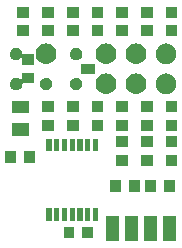
<source format=gts>
%TF.GenerationSoftware,KiCad,Pcbnew,(5.1.2-1)-1*%
%TF.CreationDate,2020-09-09T12:48:07+02:00*%
%TF.ProjectId,RGB BYPASS AMP v3.1,52474220-4259-4504-9153-5320414d5020,2.21*%
%TF.SameCoordinates,Original*%
%TF.FileFunction,Soldermask,Top*%
%TF.FilePolarity,Negative*%
%FSLAX46Y46*%
G04 Gerber Fmt 4.6, Leading zero omitted, Abs format (unit mm)*
G04 Created by KiCad (PCBNEW (5.1.2-1)-1) date 2020-09-09 12:48:07*
%MOMM*%
%LPD*%
G04 APERTURE LIST*
%ADD10C,0.150000*%
G04 APERTURE END LIST*
D10*
G36*
X74175000Y-148660000D02*
G01*
X73075000Y-148660000D01*
X73075000Y-146510000D01*
X74175000Y-146510000D01*
X74175000Y-148660000D01*
X74175000Y-148660000D01*
G37*
G36*
X72575000Y-148660000D02*
G01*
X71475000Y-148660000D01*
X71475000Y-146510000D01*
X72575000Y-146510000D01*
X72575000Y-148660000D01*
X72575000Y-148660000D01*
G37*
G36*
X70975000Y-148660000D02*
G01*
X69875000Y-148660000D01*
X69875000Y-146510000D01*
X70975000Y-146510000D01*
X70975000Y-148660000D01*
X70975000Y-148660000D01*
G37*
G36*
X69375000Y-148660000D02*
G01*
X68275000Y-148660000D01*
X68275000Y-146510000D01*
X69375000Y-146510000D01*
X69375000Y-148660000D01*
X69375000Y-148660000D01*
G37*
G36*
X67162300Y-148422700D02*
G01*
X66237300Y-148422700D01*
X66237300Y-147422700D01*
X67162300Y-147422700D01*
X67162300Y-148422700D01*
X67162300Y-148422700D01*
G37*
G36*
X65587300Y-148422700D02*
G01*
X64662300Y-148422700D01*
X64662300Y-147422700D01*
X65587300Y-147422700D01*
X65587300Y-148422700D01*
X65587300Y-148422700D01*
G37*
G36*
X63670000Y-146920000D02*
G01*
X63220000Y-146920000D01*
X63220000Y-145870000D01*
X63670000Y-145870000D01*
X63670000Y-146920000D01*
X63670000Y-146920000D01*
G37*
G36*
X67570000Y-146920000D02*
G01*
X67120000Y-146920000D01*
X67120000Y-145870000D01*
X67570000Y-145870000D01*
X67570000Y-146920000D01*
X67570000Y-146920000D01*
G37*
G36*
X66920000Y-146920000D02*
G01*
X66470000Y-146920000D01*
X66470000Y-145870000D01*
X66920000Y-145870000D01*
X66920000Y-146920000D01*
X66920000Y-146920000D01*
G37*
G36*
X66270000Y-146920000D02*
G01*
X65820000Y-146920000D01*
X65820000Y-145870000D01*
X66270000Y-145870000D01*
X66270000Y-146920000D01*
X66270000Y-146920000D01*
G37*
G36*
X65620000Y-146920000D02*
G01*
X65170000Y-146920000D01*
X65170000Y-145870000D01*
X65620000Y-145870000D01*
X65620000Y-146920000D01*
X65620000Y-146920000D01*
G37*
G36*
X64970000Y-146920000D02*
G01*
X64520000Y-146920000D01*
X64520000Y-145870000D01*
X64970000Y-145870000D01*
X64970000Y-146920000D01*
X64970000Y-146920000D01*
G37*
G36*
X64320000Y-146920000D02*
G01*
X63870000Y-146920000D01*
X63870000Y-145870000D01*
X64320000Y-145870000D01*
X64320000Y-146920000D01*
X64320000Y-146920000D01*
G37*
G36*
X74100200Y-144512300D02*
G01*
X73175200Y-144512300D01*
X73175200Y-143512300D01*
X74100200Y-143512300D01*
X74100200Y-144512300D01*
X74100200Y-144512300D01*
G37*
G36*
X72525200Y-144512300D02*
G01*
X71600200Y-144512300D01*
X71600200Y-143512300D01*
X72525200Y-143512300D01*
X72525200Y-144512300D01*
X72525200Y-144512300D01*
G37*
G36*
X71100200Y-144512300D02*
G01*
X70175200Y-144512300D01*
X70175200Y-143512300D01*
X71100200Y-143512300D01*
X71100200Y-144512300D01*
X71100200Y-144512300D01*
G37*
G36*
X69525200Y-144512300D02*
G01*
X68600200Y-144512300D01*
X68600200Y-143512300D01*
X69525200Y-143512300D01*
X69525200Y-144512300D01*
X69525200Y-144512300D01*
G37*
G36*
X74302300Y-142292300D02*
G01*
X73302300Y-142292300D01*
X73302300Y-141367300D01*
X74302300Y-141367300D01*
X74302300Y-142292300D01*
X74302300Y-142292300D01*
G37*
G36*
X72212300Y-142292300D02*
G01*
X71212300Y-142292300D01*
X71212300Y-141367300D01*
X72212300Y-141367300D01*
X72212300Y-142292300D01*
X72212300Y-142292300D01*
G37*
G36*
X70122300Y-142292300D02*
G01*
X69122300Y-142292300D01*
X69122300Y-141367300D01*
X70122300Y-141367300D01*
X70122300Y-142292300D01*
X70122300Y-142292300D01*
G37*
G36*
X60652700Y-142062300D02*
G01*
X59727700Y-142062300D01*
X59727700Y-141062300D01*
X60652700Y-141062300D01*
X60652700Y-142062300D01*
X60652700Y-142062300D01*
G37*
G36*
X62227700Y-142062300D02*
G01*
X61302700Y-142062300D01*
X61302700Y-141062300D01*
X62227700Y-141062300D01*
X62227700Y-142062300D01*
X62227700Y-142062300D01*
G37*
G36*
X67570000Y-141020000D02*
G01*
X67120000Y-141020000D01*
X67120000Y-139970000D01*
X67570000Y-139970000D01*
X67570000Y-141020000D01*
X67570000Y-141020000D01*
G37*
G36*
X66920000Y-141020000D02*
G01*
X66470000Y-141020000D01*
X66470000Y-139970000D01*
X66920000Y-139970000D01*
X66920000Y-141020000D01*
X66920000Y-141020000D01*
G37*
G36*
X66270000Y-141020000D02*
G01*
X65820000Y-141020000D01*
X65820000Y-139970000D01*
X66270000Y-139970000D01*
X66270000Y-141020000D01*
X66270000Y-141020000D01*
G37*
G36*
X65620000Y-141020000D02*
G01*
X65170000Y-141020000D01*
X65170000Y-139970000D01*
X65620000Y-139970000D01*
X65620000Y-141020000D01*
X65620000Y-141020000D01*
G37*
G36*
X64970000Y-141020000D02*
G01*
X64520000Y-141020000D01*
X64520000Y-139970000D01*
X64970000Y-139970000D01*
X64970000Y-141020000D01*
X64970000Y-141020000D01*
G37*
G36*
X63670000Y-141020000D02*
G01*
X63220000Y-141020000D01*
X63220000Y-139970000D01*
X63670000Y-139970000D01*
X63670000Y-141020000D01*
X63670000Y-141020000D01*
G37*
G36*
X64320000Y-141020000D02*
G01*
X63870000Y-141020000D01*
X63870000Y-139970000D01*
X64320000Y-139970000D01*
X64320000Y-141020000D01*
X64320000Y-141020000D01*
G37*
G36*
X70122300Y-140717300D02*
G01*
X69122300Y-140717300D01*
X69122300Y-139792300D01*
X70122300Y-139792300D01*
X70122300Y-140717300D01*
X70122300Y-140717300D01*
G37*
G36*
X74302300Y-140717300D02*
G01*
X73302300Y-140717300D01*
X73302300Y-139792300D01*
X74302300Y-139792300D01*
X74302300Y-140717300D01*
X74302300Y-140717300D01*
G37*
G36*
X72212300Y-140717300D02*
G01*
X71212300Y-140717300D01*
X71212300Y-139792300D01*
X72212300Y-139792300D01*
X72212300Y-140717300D01*
X72212300Y-140717300D01*
G37*
G36*
X61776000Y-139712500D02*
G01*
X60326000Y-139712500D01*
X60326000Y-138687500D01*
X61776000Y-138687500D01*
X61776000Y-139712500D01*
X61776000Y-139712500D01*
G37*
G36*
X68032300Y-139299800D02*
G01*
X67032300Y-139299800D01*
X67032300Y-138374800D01*
X68032300Y-138374800D01*
X68032300Y-139299800D01*
X68032300Y-139299800D01*
G37*
G36*
X65942300Y-139299800D02*
G01*
X64942300Y-139299800D01*
X64942300Y-138374800D01*
X65942300Y-138374800D01*
X65942300Y-139299800D01*
X65942300Y-139299800D01*
G37*
G36*
X70122300Y-139299800D02*
G01*
X69122300Y-139299800D01*
X69122300Y-138374800D01*
X70122300Y-138374800D01*
X70122300Y-139299800D01*
X70122300Y-139299800D01*
G37*
G36*
X63852300Y-139299800D02*
G01*
X62852300Y-139299800D01*
X62852300Y-138374800D01*
X63852300Y-138374800D01*
X63852300Y-139299800D01*
X63852300Y-139299800D01*
G37*
G36*
X72212300Y-139299800D02*
G01*
X71212300Y-139299800D01*
X71212300Y-138374800D01*
X72212300Y-138374800D01*
X72212300Y-139299800D01*
X72212300Y-139299800D01*
G37*
G36*
X74302300Y-139299800D02*
G01*
X73302300Y-139299800D01*
X73302300Y-138374800D01*
X74302300Y-138374800D01*
X74302300Y-139299800D01*
X74302300Y-139299800D01*
G37*
G36*
X61776000Y-137837500D02*
G01*
X60326000Y-137837500D01*
X60326000Y-136812500D01*
X61776000Y-136812500D01*
X61776000Y-137837500D01*
X61776000Y-137837500D01*
G37*
G36*
X74302300Y-137724800D02*
G01*
X73302300Y-137724800D01*
X73302300Y-136799800D01*
X74302300Y-136799800D01*
X74302300Y-137724800D01*
X74302300Y-137724800D01*
G37*
G36*
X68032300Y-137724800D02*
G01*
X67032300Y-137724800D01*
X67032300Y-136799800D01*
X68032300Y-136799800D01*
X68032300Y-137724800D01*
X68032300Y-137724800D01*
G37*
G36*
X63852300Y-137724800D02*
G01*
X62852300Y-137724800D01*
X62852300Y-136799800D01*
X63852300Y-136799800D01*
X63852300Y-137724800D01*
X63852300Y-137724800D01*
G37*
G36*
X65942300Y-137724800D02*
G01*
X64942300Y-137724800D01*
X64942300Y-136799800D01*
X65942300Y-136799800D01*
X65942300Y-137724800D01*
X65942300Y-137724800D01*
G37*
G36*
X70122300Y-137724800D02*
G01*
X69122300Y-137724800D01*
X69122300Y-136799800D01*
X70122300Y-136799800D01*
X70122300Y-137724800D01*
X70122300Y-137724800D01*
G37*
G36*
X72212300Y-137724800D02*
G01*
X71212300Y-137724800D01*
X71212300Y-136799800D01*
X72212300Y-136799800D01*
X72212300Y-137724800D01*
X72212300Y-137724800D01*
G37*
G36*
X73468885Y-134467500D02*
G01*
X73600231Y-134493626D01*
X73759465Y-134559583D01*
X73759468Y-134559585D01*
X73902780Y-134655343D01*
X74024657Y-134777220D01*
X74086483Y-134869749D01*
X74120417Y-134920535D01*
X74186374Y-135079769D01*
X74203023Y-135163470D01*
X74220000Y-135248820D01*
X74220000Y-135421180D01*
X74216670Y-135437919D01*
X74186374Y-135590231D01*
X74120417Y-135749465D01*
X74120415Y-135749468D01*
X74024657Y-135892780D01*
X73902780Y-136014657D01*
X73759468Y-136110415D01*
X73759465Y-136110417D01*
X73600231Y-136176374D01*
X73494836Y-136197338D01*
X73431180Y-136210000D01*
X73258820Y-136210000D01*
X73195164Y-136197338D01*
X73089769Y-136176374D01*
X72930535Y-136110417D01*
X72930532Y-136110415D01*
X72787220Y-136014657D01*
X72665343Y-135892780D01*
X72569585Y-135749468D01*
X72569583Y-135749465D01*
X72503626Y-135590231D01*
X72473330Y-135437919D01*
X72470000Y-135421180D01*
X72470000Y-135248820D01*
X72486977Y-135163470D01*
X72503626Y-135079769D01*
X72569583Y-134920535D01*
X72603517Y-134869749D01*
X72665343Y-134777220D01*
X72787220Y-134655343D01*
X72930532Y-134559585D01*
X72930535Y-134559583D01*
X73089769Y-134493626D01*
X73221115Y-134467500D01*
X73258820Y-134460000D01*
X73431180Y-134460000D01*
X73468885Y-134467500D01*
X73468885Y-134467500D01*
G37*
G36*
X70976530Y-134472661D02*
G01*
X71141468Y-134522695D01*
X71293476Y-134603944D01*
X71426712Y-134713288D01*
X71536056Y-134846524D01*
X71617305Y-134998532D01*
X71667339Y-135163470D01*
X71684233Y-135335000D01*
X71667339Y-135506530D01*
X71617305Y-135671468D01*
X71536056Y-135823476D01*
X71426712Y-135956712D01*
X71293476Y-136066056D01*
X71141468Y-136147305D01*
X70976530Y-136197339D01*
X70847979Y-136210000D01*
X70762021Y-136210000D01*
X70633470Y-136197339D01*
X70468532Y-136147305D01*
X70316524Y-136066056D01*
X70183288Y-135956712D01*
X70073944Y-135823476D01*
X69992695Y-135671468D01*
X69942661Y-135506530D01*
X69925767Y-135335000D01*
X69942661Y-135163470D01*
X69992695Y-134998532D01*
X70073944Y-134846524D01*
X70183288Y-134713288D01*
X70316524Y-134603944D01*
X70468532Y-134522695D01*
X70633470Y-134472661D01*
X70762021Y-134460000D01*
X70847979Y-134460000D01*
X70976530Y-134472661D01*
X70976530Y-134472661D01*
G37*
G36*
X68436530Y-134472661D02*
G01*
X68601468Y-134522695D01*
X68753476Y-134603944D01*
X68886712Y-134713288D01*
X68996056Y-134846524D01*
X69077305Y-134998532D01*
X69127339Y-135163470D01*
X69144233Y-135335000D01*
X69127339Y-135506530D01*
X69077305Y-135671468D01*
X68996056Y-135823476D01*
X68886712Y-135956712D01*
X68753476Y-136066056D01*
X68601468Y-136147305D01*
X68436530Y-136197339D01*
X68307979Y-136210000D01*
X68222021Y-136210000D01*
X68093470Y-136197339D01*
X67928532Y-136147305D01*
X67776524Y-136066056D01*
X67643288Y-135956712D01*
X67533944Y-135823476D01*
X67452695Y-135671468D01*
X67402661Y-135506530D01*
X67385767Y-135335000D01*
X67402661Y-135163470D01*
X67452695Y-134998532D01*
X67533944Y-134846524D01*
X67643288Y-134713288D01*
X67776524Y-134603944D01*
X67928532Y-134522695D01*
X68093470Y-134472661D01*
X68222021Y-134460000D01*
X68307979Y-134460000D01*
X68436530Y-134472661D01*
X68436530Y-134472661D01*
G37*
G36*
X65789353Y-134813798D02*
G01*
X65827919Y-134817597D01*
X65869386Y-134830176D01*
X65926881Y-134847617D01*
X66018086Y-134896367D01*
X66098027Y-134961973D01*
X66163633Y-135041914D01*
X66212383Y-135133119D01*
X66242403Y-135232082D01*
X66252540Y-135335000D01*
X66242403Y-135437918D01*
X66212383Y-135536881D01*
X66163633Y-135628086D01*
X66098027Y-135708027D01*
X66018086Y-135773633D01*
X65926881Y-135822383D01*
X65877399Y-135837393D01*
X65827919Y-135852403D01*
X65789353Y-135856202D01*
X65750788Y-135860000D01*
X65699212Y-135860000D01*
X65660647Y-135856202D01*
X65622081Y-135852403D01*
X65572601Y-135837393D01*
X65523119Y-135822383D01*
X65431914Y-135773633D01*
X65351973Y-135708027D01*
X65286367Y-135628086D01*
X65237617Y-135536881D01*
X65207597Y-135437918D01*
X65197460Y-135335000D01*
X65207597Y-135232082D01*
X65237617Y-135133119D01*
X65286367Y-135041914D01*
X65351973Y-134961973D01*
X65431914Y-134896367D01*
X65523119Y-134847617D01*
X65580614Y-134830176D01*
X65622081Y-134817597D01*
X65660647Y-134813798D01*
X65699212Y-134810000D01*
X65750788Y-134810000D01*
X65789353Y-134813798D01*
X65789353Y-134813798D01*
G37*
G36*
X63249353Y-134813798D02*
G01*
X63287919Y-134817597D01*
X63329386Y-134830176D01*
X63386881Y-134847617D01*
X63478086Y-134896367D01*
X63558027Y-134961973D01*
X63623633Y-135041914D01*
X63672383Y-135133119D01*
X63702403Y-135232082D01*
X63712540Y-135335000D01*
X63702403Y-135437918D01*
X63672383Y-135536881D01*
X63623633Y-135628086D01*
X63558027Y-135708027D01*
X63478086Y-135773633D01*
X63386881Y-135822383D01*
X63337399Y-135837393D01*
X63287919Y-135852403D01*
X63249353Y-135856202D01*
X63210788Y-135860000D01*
X63159212Y-135860000D01*
X63120647Y-135856202D01*
X63082081Y-135852403D01*
X63032601Y-135837393D01*
X62983119Y-135822383D01*
X62891914Y-135773633D01*
X62811973Y-135708027D01*
X62746367Y-135628086D01*
X62697617Y-135536881D01*
X62667597Y-135437918D01*
X62657460Y-135335000D01*
X62667597Y-135232082D01*
X62697617Y-135133119D01*
X62746367Y-135041914D01*
X62811973Y-134961973D01*
X62891914Y-134896367D01*
X62983119Y-134847617D01*
X63040614Y-134830176D01*
X63082081Y-134817597D01*
X63120647Y-134813798D01*
X63159212Y-134810000D01*
X63210788Y-134810000D01*
X63249353Y-134813798D01*
X63249353Y-134813798D01*
G37*
G36*
X62137300Y-135302300D02*
G01*
X61249999Y-135302300D01*
X61234392Y-135303837D01*
X61219385Y-135308390D01*
X61205554Y-135315782D01*
X61193431Y-135325731D01*
X61183482Y-135337854D01*
X61176090Y-135351685D01*
X61171537Y-135366692D01*
X61170000Y-135382299D01*
X61170000Y-135386707D01*
X61149824Y-135488140D01*
X61110251Y-135583677D01*
X61110249Y-135583681D01*
X61052794Y-135669668D01*
X60979668Y-135742794D01*
X60893681Y-135800249D01*
X60893678Y-135800250D01*
X60893677Y-135800251D01*
X60798140Y-135839824D01*
X60734900Y-135852403D01*
X60696708Y-135860000D01*
X60593292Y-135860000D01*
X60555100Y-135852403D01*
X60491860Y-135839824D01*
X60396323Y-135800251D01*
X60396322Y-135800250D01*
X60396319Y-135800249D01*
X60310332Y-135742794D01*
X60237206Y-135669668D01*
X60179751Y-135583681D01*
X60179749Y-135583677D01*
X60140176Y-135488140D01*
X60120000Y-135386707D01*
X60120000Y-135283293D01*
X60140176Y-135181860D01*
X60179749Y-135086323D01*
X60179750Y-135086322D01*
X60179751Y-135086319D01*
X60237206Y-135000332D01*
X60310332Y-134927206D01*
X60396319Y-134869751D01*
X60396322Y-134869750D01*
X60396323Y-134869749D01*
X60491860Y-134830176D01*
X60567935Y-134815044D01*
X60593292Y-134810000D01*
X60696708Y-134810000D01*
X60722065Y-134815044D01*
X60798140Y-134830176D01*
X60893677Y-134869749D01*
X60893678Y-134869750D01*
X60893681Y-134869751D01*
X60979668Y-134927206D01*
X61000739Y-134948277D01*
X61012856Y-134958221D01*
X61026687Y-134965613D01*
X61041694Y-134970166D01*
X61057301Y-134971703D01*
X61072908Y-134970166D01*
X61087915Y-134965613D01*
X61101746Y-134958221D01*
X61113869Y-134948272D01*
X61123818Y-134936149D01*
X61131210Y-134922318D01*
X61135763Y-134907311D01*
X61137300Y-134891704D01*
X61137300Y-134377300D01*
X62137300Y-134377300D01*
X62137300Y-135302300D01*
X62137300Y-135302300D01*
G37*
G36*
X67360000Y-134467500D02*
G01*
X66160000Y-134467500D01*
X66160000Y-133667500D01*
X67360000Y-133667500D01*
X67360000Y-134467500D01*
X67360000Y-134467500D01*
G37*
G36*
X60722065Y-132275044D02*
G01*
X60798140Y-132290176D01*
X60893677Y-132329749D01*
X60893678Y-132329750D01*
X60893681Y-132329751D01*
X60979668Y-132387206D01*
X61052794Y-132460332D01*
X61110249Y-132546319D01*
X61110250Y-132546322D01*
X61110251Y-132546323D01*
X61149824Y-132641860D01*
X61168929Y-132737908D01*
X61173482Y-132752915D01*
X61180874Y-132766746D01*
X61190823Y-132778869D01*
X61202946Y-132788818D01*
X61216777Y-132796211D01*
X61231784Y-132800763D01*
X61247391Y-132802300D01*
X62137300Y-132802300D01*
X62137300Y-133727300D01*
X61137300Y-133727300D01*
X61137300Y-133238296D01*
X61135763Y-133222689D01*
X61131210Y-133207682D01*
X61123818Y-133193851D01*
X61113869Y-133181728D01*
X61101746Y-133171779D01*
X61087915Y-133164387D01*
X61072908Y-133159834D01*
X61057301Y-133158297D01*
X61041694Y-133159834D01*
X61026687Y-133164387D01*
X61012856Y-133171779D01*
X61000739Y-133181723D01*
X60979668Y-133202794D01*
X60893681Y-133260249D01*
X60893678Y-133260250D01*
X60893677Y-133260251D01*
X60798140Y-133299824D01*
X60722065Y-133314956D01*
X60696708Y-133320000D01*
X60593292Y-133320000D01*
X60567935Y-133314956D01*
X60491860Y-133299824D01*
X60396323Y-133260251D01*
X60396322Y-133260250D01*
X60396319Y-133260249D01*
X60310332Y-133202794D01*
X60237206Y-133129668D01*
X60179751Y-133043681D01*
X60179749Y-133043677D01*
X60140176Y-132948140D01*
X60120000Y-132846707D01*
X60120000Y-132743293D01*
X60140176Y-132641860D01*
X60179749Y-132546323D01*
X60179750Y-132546322D01*
X60179751Y-132546319D01*
X60237206Y-132460332D01*
X60310332Y-132387206D01*
X60396319Y-132329751D01*
X60396322Y-132329750D01*
X60396323Y-132329749D01*
X60491860Y-132290176D01*
X60567935Y-132275044D01*
X60593292Y-132270000D01*
X60696708Y-132270000D01*
X60722065Y-132275044D01*
X60722065Y-132275044D01*
G37*
G36*
X63356530Y-131932661D02*
G01*
X63521468Y-131982695D01*
X63673476Y-132063944D01*
X63806712Y-132173288D01*
X63916056Y-132306524D01*
X63997305Y-132458532D01*
X64047339Y-132623470D01*
X64064233Y-132795000D01*
X64047339Y-132966530D01*
X63997305Y-133131468D01*
X63916056Y-133283476D01*
X63806712Y-133416712D01*
X63673476Y-133526056D01*
X63521468Y-133607305D01*
X63356530Y-133657339D01*
X63227979Y-133670000D01*
X63142021Y-133670000D01*
X63013470Y-133657339D01*
X62848532Y-133607305D01*
X62696524Y-133526056D01*
X62563288Y-133416712D01*
X62453944Y-133283476D01*
X62372695Y-133131468D01*
X62322661Y-132966530D01*
X62305767Y-132795000D01*
X62322661Y-132623470D01*
X62372695Y-132458532D01*
X62453944Y-132306524D01*
X62563288Y-132173288D01*
X62696524Y-132063944D01*
X62848532Y-131982695D01*
X63013470Y-131932661D01*
X63142021Y-131920000D01*
X63227979Y-131920000D01*
X63356530Y-131932661D01*
X63356530Y-131932661D01*
G37*
G36*
X73473442Y-131928407D02*
G01*
X73600231Y-131953626D01*
X73759465Y-132019583D01*
X73759468Y-132019585D01*
X73902780Y-132115343D01*
X74024657Y-132237220D01*
X74060041Y-132290176D01*
X74120417Y-132380535D01*
X74186374Y-132539769D01*
X74220000Y-132708821D01*
X74220000Y-132881179D01*
X74186374Y-133050231D01*
X74120417Y-133209465D01*
X74120415Y-133209468D01*
X74024657Y-133352780D01*
X73902780Y-133474657D01*
X73759468Y-133570415D01*
X73759465Y-133570417D01*
X73600231Y-133636374D01*
X73494836Y-133657338D01*
X73431180Y-133670000D01*
X73258820Y-133670000D01*
X73195164Y-133657338D01*
X73089769Y-133636374D01*
X72930535Y-133570417D01*
X72930532Y-133570415D01*
X72787220Y-133474657D01*
X72665343Y-133352780D01*
X72569585Y-133209468D01*
X72569583Y-133209465D01*
X72503626Y-133050231D01*
X72470000Y-132881179D01*
X72470000Y-132708821D01*
X72503626Y-132539769D01*
X72569583Y-132380535D01*
X72629959Y-132290176D01*
X72665343Y-132237220D01*
X72787220Y-132115343D01*
X72930532Y-132019585D01*
X72930535Y-132019583D01*
X73089769Y-131953626D01*
X73216558Y-131928407D01*
X73258820Y-131920000D01*
X73431180Y-131920000D01*
X73473442Y-131928407D01*
X73473442Y-131928407D01*
G37*
G36*
X68436530Y-131932661D02*
G01*
X68601468Y-131982695D01*
X68753476Y-132063944D01*
X68886712Y-132173288D01*
X68996056Y-132306524D01*
X69077305Y-132458532D01*
X69127339Y-132623470D01*
X69144233Y-132795000D01*
X69127339Y-132966530D01*
X69077305Y-133131468D01*
X68996056Y-133283476D01*
X68886712Y-133416712D01*
X68753476Y-133526056D01*
X68601468Y-133607305D01*
X68436530Y-133657339D01*
X68307979Y-133670000D01*
X68222021Y-133670000D01*
X68093470Y-133657339D01*
X67928532Y-133607305D01*
X67776524Y-133526056D01*
X67643288Y-133416712D01*
X67533944Y-133283476D01*
X67452695Y-133131468D01*
X67402661Y-132966530D01*
X67385767Y-132795000D01*
X67402661Y-132623470D01*
X67452695Y-132458532D01*
X67533944Y-132306524D01*
X67643288Y-132173288D01*
X67776524Y-132063944D01*
X67928532Y-131982695D01*
X68093470Y-131932661D01*
X68222021Y-131920000D01*
X68307979Y-131920000D01*
X68436530Y-131932661D01*
X68436530Y-131932661D01*
G37*
G36*
X70976530Y-131932661D02*
G01*
X71141468Y-131982695D01*
X71293476Y-132063944D01*
X71426712Y-132173288D01*
X71536056Y-132306524D01*
X71617305Y-132458532D01*
X71667339Y-132623470D01*
X71684233Y-132795000D01*
X71667339Y-132966530D01*
X71617305Y-133131468D01*
X71536056Y-133283476D01*
X71426712Y-133416712D01*
X71293476Y-133526056D01*
X71141468Y-133607305D01*
X70976530Y-133657339D01*
X70847979Y-133670000D01*
X70762021Y-133670000D01*
X70633470Y-133657339D01*
X70468532Y-133607305D01*
X70316524Y-133526056D01*
X70183288Y-133416712D01*
X70073944Y-133283476D01*
X69992695Y-133131468D01*
X69942661Y-132966530D01*
X69925767Y-132795000D01*
X69942661Y-132623470D01*
X69992695Y-132458532D01*
X70073944Y-132306524D01*
X70183288Y-132173288D01*
X70316524Y-132063944D01*
X70468532Y-131982695D01*
X70633470Y-131932661D01*
X70762021Y-131920000D01*
X70847979Y-131920000D01*
X70976530Y-131932661D01*
X70976530Y-131932661D01*
G37*
G36*
X65802065Y-132275044D02*
G01*
X65878140Y-132290176D01*
X65973677Y-132329749D01*
X65973678Y-132329750D01*
X65973681Y-132329751D01*
X66059668Y-132387206D01*
X66132794Y-132460332D01*
X66190249Y-132546319D01*
X66190250Y-132546322D01*
X66190251Y-132546323D01*
X66229824Y-132641860D01*
X66250000Y-132743293D01*
X66250000Y-132846707D01*
X66229824Y-132948140D01*
X66190251Y-133043677D01*
X66190249Y-133043681D01*
X66132794Y-133129668D01*
X66059668Y-133202794D01*
X65973681Y-133260249D01*
X65973678Y-133260250D01*
X65973677Y-133260251D01*
X65878140Y-133299824D01*
X65802065Y-133314956D01*
X65776708Y-133320000D01*
X65673292Y-133320000D01*
X65647935Y-133314956D01*
X65571860Y-133299824D01*
X65476323Y-133260251D01*
X65476322Y-133260250D01*
X65476319Y-133260249D01*
X65390332Y-133202794D01*
X65317206Y-133129668D01*
X65259751Y-133043681D01*
X65259749Y-133043677D01*
X65220176Y-132948140D01*
X65200000Y-132846707D01*
X65200000Y-132743293D01*
X65220176Y-132641860D01*
X65259749Y-132546323D01*
X65259750Y-132546322D01*
X65259751Y-132546319D01*
X65317206Y-132460332D01*
X65390332Y-132387206D01*
X65476319Y-132329751D01*
X65476322Y-132329750D01*
X65476323Y-132329749D01*
X65571860Y-132290176D01*
X65647935Y-132275044D01*
X65673292Y-132270000D01*
X65776708Y-132270000D01*
X65802065Y-132275044D01*
X65802065Y-132275044D01*
G37*
G36*
X63852300Y-131307300D02*
G01*
X62852300Y-131307300D01*
X62852300Y-130382300D01*
X63852300Y-130382300D01*
X63852300Y-131307300D01*
X63852300Y-131307300D01*
G37*
G36*
X74302300Y-131307300D02*
G01*
X73302300Y-131307300D01*
X73302300Y-130382300D01*
X74302300Y-130382300D01*
X74302300Y-131307300D01*
X74302300Y-131307300D01*
G37*
G36*
X61762300Y-131307300D02*
G01*
X60762300Y-131307300D01*
X60762300Y-130382300D01*
X61762300Y-130382300D01*
X61762300Y-131307300D01*
X61762300Y-131307300D01*
G37*
G36*
X65942300Y-131307300D02*
G01*
X64942300Y-131307300D01*
X64942300Y-130382300D01*
X65942300Y-130382300D01*
X65942300Y-131307300D01*
X65942300Y-131307300D01*
G37*
G36*
X68032300Y-131307300D02*
G01*
X67032300Y-131307300D01*
X67032300Y-130382300D01*
X68032300Y-130382300D01*
X68032300Y-131307300D01*
X68032300Y-131307300D01*
G37*
G36*
X70122300Y-131307300D02*
G01*
X69122300Y-131307300D01*
X69122300Y-130382300D01*
X70122300Y-130382300D01*
X70122300Y-131307300D01*
X70122300Y-131307300D01*
G37*
G36*
X72212300Y-131307300D02*
G01*
X71212300Y-131307300D01*
X71212300Y-130382300D01*
X72212300Y-130382300D01*
X72212300Y-131307300D01*
X72212300Y-131307300D01*
G37*
G36*
X72212300Y-129732300D02*
G01*
X71212300Y-129732300D01*
X71212300Y-128807300D01*
X72212300Y-128807300D01*
X72212300Y-129732300D01*
X72212300Y-129732300D01*
G37*
G36*
X74302300Y-129732300D02*
G01*
X73302300Y-129732300D01*
X73302300Y-128807300D01*
X74302300Y-128807300D01*
X74302300Y-129732300D01*
X74302300Y-129732300D01*
G37*
G36*
X70122300Y-129732300D02*
G01*
X69122300Y-129732300D01*
X69122300Y-128807300D01*
X70122300Y-128807300D01*
X70122300Y-129732300D01*
X70122300Y-129732300D01*
G37*
G36*
X68032300Y-129732300D02*
G01*
X67032300Y-129732300D01*
X67032300Y-128807300D01*
X68032300Y-128807300D01*
X68032300Y-129732300D01*
X68032300Y-129732300D01*
G37*
G36*
X65942300Y-129732300D02*
G01*
X64942300Y-129732300D01*
X64942300Y-128807300D01*
X65942300Y-128807300D01*
X65942300Y-129732300D01*
X65942300Y-129732300D01*
G37*
G36*
X63852300Y-129732300D02*
G01*
X62852300Y-129732300D01*
X62852300Y-128807300D01*
X63852300Y-128807300D01*
X63852300Y-129732300D01*
X63852300Y-129732300D01*
G37*
G36*
X61762300Y-129732300D02*
G01*
X60762300Y-129732300D01*
X60762300Y-128807300D01*
X61762300Y-128807300D01*
X61762300Y-129732300D01*
X61762300Y-129732300D01*
G37*
M02*

</source>
